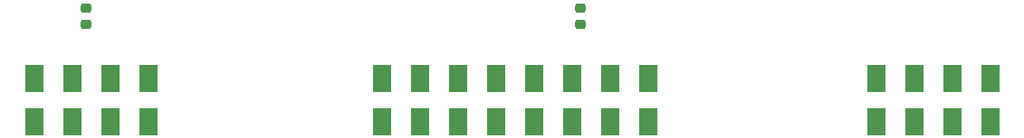
<source format=gbp>
%TF.GenerationSoftware,KiCad,Pcbnew,(6.0.0)*%
%TF.CreationDate,2022-11-20T23:13:48-05:00*%
%TF.ProjectId,i2c l298p,69326320-6c32-4393-9870-2e6b69636164,rev?*%
%TF.SameCoordinates,Original*%
%TF.FileFunction,Paste,Bot*%
%TF.FilePolarity,Positive*%
%FSLAX46Y46*%
G04 Gerber Fmt 4.6, Leading zero omitted, Abs format (unit mm)*
G04 Created by KiCad (PCBNEW (6.0.0)) date 2022-11-20 23:13:48*
%MOMM*%
%LPD*%
G01*
G04 APERTURE LIST*
G04 Aperture macros list*
%AMRoundRect*
0 Rectangle with rounded corners*
0 $1 Rounding radius*
0 $2 $3 $4 $5 $6 $7 $8 $9 X,Y pos of 4 corners*
0 Add a 4 corners polygon primitive as box body*
4,1,4,$2,$3,$4,$5,$6,$7,$8,$9,$2,$3,0*
0 Add four circle primitives for the rounded corners*
1,1,$1+$1,$2,$3*
1,1,$1+$1,$4,$5*
1,1,$1+$1,$6,$7*
1,1,$1+$1,$8,$9*
0 Add four rect primitives between the rounded corners*
20,1,$1+$1,$2,$3,$4,$5,0*
20,1,$1+$1,$4,$5,$6,$7,0*
20,1,$1+$1,$6,$7,$8,$9,0*
20,1,$1+$1,$8,$9,$2,$3,0*%
G04 Aperture macros list end*
%ADD10RoundRect,0.225000X0.250000X-0.225000X0.250000X0.225000X-0.250000X0.225000X-0.250000X-0.225000X0*%
%ADD11R,1.800000X2.500000*%
G04 APERTURE END LIST*
D10*
%TO.C,C15*%
X102616000Y-112535000D03*
X102616000Y-110985000D03*
%TD*%
D11*
%TO.C,D8*%
X101346000Y-117634000D03*
X101346000Y-121634000D03*
%TD*%
%TO.C,D12*%
X133858000Y-117634000D03*
X133858000Y-121634000D03*
%TD*%
%TO.C,D4*%
X108458000Y-117634000D03*
X108458000Y-121634000D03*
%TD*%
%TO.C,D9*%
X176530000Y-121634000D03*
X176530000Y-117634000D03*
%TD*%
%TO.C,D3*%
X104902000Y-121634000D03*
X104902000Y-117634000D03*
%TD*%
%TO.C,D7*%
X97790000Y-121634000D03*
X97790000Y-117634000D03*
%TD*%
D10*
%TO.C,C14*%
X148844000Y-112535000D03*
X148844000Y-110985000D03*
%TD*%
D11*
%TO.C,D14*%
X187198000Y-117634000D03*
X187198000Y-121634000D03*
%TD*%
%TO.C,D11*%
X130302000Y-121634000D03*
X130302000Y-117634000D03*
%TD*%
%TO.C,D15*%
X137414000Y-121634000D03*
X137414000Y-117634000D03*
%TD*%
%TO.C,D10*%
X180086000Y-117634000D03*
X180086000Y-121634000D03*
%TD*%
%TO.C,D16*%
X140970000Y-117634000D03*
X140970000Y-121634000D03*
%TD*%
%TO.C,D6*%
X148082000Y-117634000D03*
X148082000Y-121634000D03*
%TD*%
%TO.C,D13*%
X183642000Y-121634000D03*
X183642000Y-117634000D03*
%TD*%
%TO.C,D5*%
X144526000Y-121634000D03*
X144526000Y-117634000D03*
%TD*%
%TO.C,D1*%
X151638000Y-121634000D03*
X151638000Y-117634000D03*
%TD*%
%TO.C,D2*%
X155194000Y-117634000D03*
X155194000Y-121634000D03*
%TD*%
M02*

</source>
